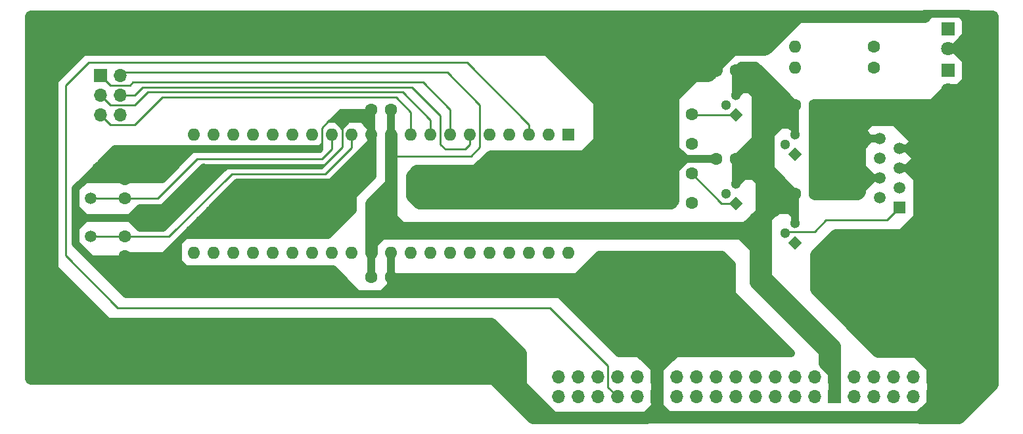
<source format=gbr>
%TF.GenerationSoftware,KiCad,Pcbnew,(5.1.10)-1*%
%TF.CreationDate,2022-08-14T17:25:08-06:00*%
%TF.ProjectId,network_card_a,6e657477-6f72-46b5-9f63-6172645f612e,rev?*%
%TF.SameCoordinates,Original*%
%TF.FileFunction,Copper,L2,Bot*%
%TF.FilePolarity,Positive*%
%FSLAX46Y46*%
G04 Gerber Fmt 4.6, Leading zero omitted, Abs format (unit mm)*
G04 Created by KiCad (PCBNEW (5.1.10)-1) date 2022-08-14 17:25:08*
%MOMM*%
%LPD*%
G01*
G04 APERTURE LIST*
%TA.AperFunction,ComponentPad*%
%ADD10C,1.600000*%
%TD*%
%TA.AperFunction,ComponentPad*%
%ADD11O,1.600000X1.600000*%
%TD*%
%TA.AperFunction,ComponentPad*%
%ADD12C,1.800000*%
%TD*%
%TA.AperFunction,ComponentPad*%
%ADD13R,1.800000X1.800000*%
%TD*%
%TA.AperFunction,ComponentPad*%
%ADD14R,1.700000X1.700000*%
%TD*%
%TA.AperFunction,ComponentPad*%
%ADD15O,1.700000X1.700000*%
%TD*%
%TA.AperFunction,ComponentPad*%
%ADD16C,1.500000*%
%TD*%
%TA.AperFunction,ComponentPad*%
%ADD17R,1.600000X1.600000*%
%TD*%
%TA.AperFunction,WasherPad*%
%ADD18C,3.650000*%
%TD*%
%TA.AperFunction,ComponentPad*%
%ADD19R,1.500000X1.500000*%
%TD*%
%TA.AperFunction,ComponentPad*%
%ADD20C,1.300000*%
%TD*%
%TA.AperFunction,ComponentPad*%
%ADD21C,0.100000*%
%TD*%
%TA.AperFunction,Conductor*%
%ADD22C,1.600000*%
%TD*%
%TA.AperFunction,Conductor*%
%ADD23C,1.000000*%
%TD*%
%TA.AperFunction,Conductor*%
%ADD24C,2.500000*%
%TD*%
%TA.AperFunction,Conductor*%
%ADD25C,0.250000*%
%TD*%
G04 APERTURE END LIST*
D10*
%TO.P,10k\u03A9,1*%
%TO.N,N/C*%
X435515000Y-287350200D03*
D11*
%TO.P,10k\u03A9,2*%
X425355000Y-287350200D03*
%TD*%
%TO.P,10k\u03A9,2*%
%TO.N,N/C*%
X425320460Y-279717500D03*
D10*
%TO.P,10k\u03A9,1*%
X435480460Y-279717500D03*
%TD*%
D11*
%TO.P,100k\u03A9,2*%
%TO.N,N/C*%
X425323000Y-283527500D03*
D10*
%TO.P,100k\u03A9,1*%
X435483000Y-283527500D03*
%TD*%
D12*
%TO.P,TX,2*%
%TO.N,N/C*%
X468475060Y-272770600D03*
D13*
%TO.P,TX,1*%
X468475060Y-270230600D03*
%TD*%
D11*
%TO.P,4.7k\u03A9,2*%
%TO.N,N/C*%
X448815460Y-267157200D03*
D10*
%TO.P,4.7k\u03A9,1*%
X458975460Y-267157200D03*
%TD*%
D14*
%TO.P, ,1*%
%TO.N,N/C*%
X359280460Y-270857980D03*
D15*
%TO.P, ,2*%
X361820460Y-270857980D03*
%TO.P, ,3*%
X359280460Y-273397980D03*
%TO.P, ,4*%
X361820460Y-273397980D03*
%TO.P, ,5*%
X359280460Y-275937980D03*
%TO.P, ,6*%
X361820460Y-275937980D03*
%TD*%
D10*
%TO.P,4.7k\u03A9,1*%
%TO.N,N/C*%
X458975460Y-269892780D03*
D11*
%TO.P,4.7k\u03A9,2*%
X448815460Y-269892780D03*
%TD*%
D10*
%TO.P,20pf,2*%
%TO.N,N/C*%
X362455460Y-284232980D03*
%TO.P,20pf,1*%
X362455460Y-286732980D03*
%TD*%
D16*
%TO.P, ,2*%
%TO.N,N/C*%
X358010460Y-291632980D03*
%TO.P, ,1*%
X358010460Y-286732980D03*
%TD*%
D10*
%TO.P,20pf,1*%
%TO.N,N/C*%
X362455460Y-294135180D03*
%TO.P,20pf,2*%
X362455460Y-291635180D03*
%TD*%
%TO.P,0.1uf,1*%
%TO.N,N/C*%
X448815460Y-286097980D03*
%TO.P,0.1uf,2*%
X451315460Y-286097980D03*
%TD*%
%TO.P,0.1uf,1*%
%TO.N,N/C*%
X394205460Y-275302980D03*
%TO.P,0.1uf,2*%
X396705460Y-275302980D03*
%TD*%
%TO.P,0.1uf,1*%
%TO.N,N/C*%
X394205460Y-296892980D03*
%TO.P,0.1uf,2*%
X396705460Y-296892980D03*
%TD*%
D12*
%TO.P,RX,2*%
%TO.N,N/C*%
X468475060Y-267403580D03*
D13*
%TO.P,RX,1*%
X468475060Y-264863580D03*
%TD*%
D15*
%TO.P,20pin conn.,40*%
%TO.N,N/C*%
X418299900Y-312326020D03*
%TO.P,20pin conn.,39*%
X418299900Y-309786020D03*
%TO.P,20pin conn.,38*%
X420839900Y-312326020D03*
%TO.P,20pin conn.,37*%
X420839900Y-309786020D03*
%TO.P,20pin conn.,36*%
X423379900Y-312326020D03*
%TO.P,20pin conn.,35*%
X423379900Y-309786020D03*
%TO.P,20pin conn.,34*%
X425919900Y-312326020D03*
%TO.P,20pin conn.,33*%
X425919900Y-309786020D03*
%TO.P,20pin conn.,32*%
X428459900Y-312326020D03*
%TO.P,20pin conn.,31*%
X428459900Y-309786020D03*
D14*
%TO.P,20pin conn.,30*%
X430999900Y-312326020D03*
%TO.P,20pin conn.,29*%
X430999900Y-309786020D03*
D15*
%TO.P,20pin conn.,28*%
X433539900Y-312326020D03*
%TO.P,20pin conn.,27*%
X433539900Y-309786020D03*
%TO.P,20pin conn.,26*%
X436079900Y-312326020D03*
%TO.P,20pin conn.,25*%
X436079900Y-309786020D03*
%TO.P,20pin conn.,24*%
X438619900Y-312326020D03*
%TO.P,20pin conn.,23*%
X438619900Y-309786020D03*
%TO.P,20pin conn.,22*%
X441159900Y-312326020D03*
%TO.P,20pin conn.,21*%
X441159900Y-309786020D03*
%TO.P,20pin conn.,20*%
X443699900Y-312326020D03*
%TO.P,20pin conn.,19*%
X443699900Y-309786020D03*
%TO.P,20pin conn.,18*%
X446239900Y-312326020D03*
%TO.P,20pin conn.,17*%
X446239900Y-309786020D03*
%TO.P,20pin conn.,16*%
X448779900Y-312326020D03*
%TO.P,20pin conn.,15*%
X448779900Y-309786020D03*
%TO.P,20pin conn.,14*%
X451319900Y-312326020D03*
%TO.P,20pin conn.,13*%
X451319900Y-309786020D03*
D14*
%TO.P,20pin conn.,12*%
X453859900Y-312326020D03*
%TO.P,20pin conn.,11*%
X453859900Y-309786020D03*
D15*
%TO.P,20pin conn.,10*%
X456399900Y-312326020D03*
%TO.P,20pin conn.,9*%
X456399900Y-309786020D03*
%TO.P,20pin conn.,8*%
X458939900Y-312326020D03*
%TO.P,20pin conn.,7*%
X458939900Y-309786020D03*
%TO.P,20pin conn.,6*%
X461479900Y-312326020D03*
%TO.P,20pin conn.,5*%
X461479900Y-309786020D03*
%TO.P,20pin conn.,4*%
X464019900Y-312326020D03*
%TO.P,20pin conn.,3*%
X464019900Y-309786020D03*
D14*
%TO.P,20pin conn.,2*%
X466559900Y-312326020D03*
%TO.P,20pin conn.,1*%
X466559900Y-309786020D03*
%TD*%
D17*
%TO.P,atmega164,1*%
%TO.N,N/C*%
X419605460Y-278477980D03*
D11*
%TO.P,atmega164,21*%
X371345460Y-293717980D03*
%TO.P,atmega164,2*%
X417065460Y-278477980D03*
%TO.P,atmega164,22*%
X373885460Y-293717980D03*
%TO.P,atmega164,3*%
X414525460Y-278477980D03*
%TO.P,atmega164,23*%
X376425460Y-293717980D03*
%TO.P,atmega164,4*%
X411985460Y-278477980D03*
%TO.P,atmega164,24*%
X378965460Y-293717980D03*
%TO.P,atmega164,5*%
X409445460Y-278477980D03*
%TO.P,atmega164,25*%
X381505460Y-293717980D03*
%TO.P,atmega164,6*%
X406905460Y-278477980D03*
%TO.P,atmega164,26*%
X384045460Y-293717980D03*
%TO.P,atmega164,7*%
X404365460Y-278477980D03*
%TO.P,atmega164,27*%
X386585460Y-293717980D03*
%TO.P,atmega164,8*%
X401825460Y-278477980D03*
%TO.P,atmega164,28*%
X389125460Y-293717980D03*
%TO.P,atmega164,9*%
X399285460Y-278477980D03*
%TO.P,atmega164,29*%
X391665460Y-293717980D03*
%TO.P,atmega164,10*%
X396745460Y-278477980D03*
%TO.P,atmega164,30*%
X394205460Y-293717980D03*
%TO.P,atmega164,11*%
X394205460Y-278477980D03*
%TO.P,atmega164,31*%
X396745460Y-293717980D03*
%TO.P,atmega164,12*%
X391665460Y-278477980D03*
%TO.P,atmega164,32*%
X399285460Y-293717980D03*
%TO.P,atmega164,13*%
X389125460Y-278477980D03*
%TO.P,atmega164,33*%
X401825460Y-293717980D03*
%TO.P,atmega164,14*%
X386585460Y-278477980D03*
%TO.P,atmega164,34*%
X404365460Y-293717980D03*
%TO.P,atmega164,15*%
X384045460Y-278477980D03*
%TO.P,atmega164,35*%
X406905460Y-293717980D03*
%TO.P,atmega164,16*%
X381505460Y-278477980D03*
%TO.P,atmega164,36*%
X409445460Y-293717980D03*
%TO.P,atmega164,17*%
X378965460Y-278477980D03*
%TO.P,atmega164,37*%
X411985460Y-293717980D03*
%TO.P,atmega164,18*%
X376425460Y-278477980D03*
%TO.P,atmega164,38*%
X414525460Y-293717980D03*
%TO.P,atmega164,19*%
X373885460Y-278477980D03*
%TO.P,atmega164,39*%
X417065460Y-293717980D03*
%TO.P,atmega164,20*%
X371345460Y-278477980D03*
%TO.P,atmega164,40*%
X419605460Y-293717980D03*
%TD*%
D18*
%TO.P,RJ45,*%
%TO.N,*%
X468627460Y-277766780D03*
X468627460Y-289196780D03*
D19*
%TO.P,RJ45,1*%
%TO.N,N/C*%
X462277460Y-287926780D03*
D16*
%TO.P,RJ45,2*%
X459737460Y-286656780D03*
%TO.P,RJ45,3*%
X462277460Y-285386780D03*
%TO.P,RJ45,4*%
X459737460Y-284116780D03*
%TO.P,RJ45,5*%
X462277460Y-282846780D03*
%TO.P,RJ45,6*%
X459737460Y-281576780D03*
%TO.P,RJ45,7*%
X462277460Y-280306780D03*
%TO.P,RJ45,8*%
X459737460Y-279036780D03*
%TD*%
D20*
%TO.P,BC547B,2*%
%TO.N,N/C*%
X439925460Y-274667980D03*
%TO.P,BC547B,3*%
X441195460Y-273397980D03*
%TA.AperFunction,ComponentPad*%
D21*
%TO.P,BC547B,1*%
G36*
X442114699Y-275937980D02*
G01*
X441195460Y-276857219D01*
X440276221Y-275937980D01*
X441195460Y-275018741D01*
X442114699Y-275937980D01*
G37*
%TD.AperFunction*%
%TD*%
%TA.AperFunction,ComponentPad*%
%TO.P,BC547B,1*%
%TO.N,N/C*%
G36*
X449734699Y-281017980D02*
G01*
X448815460Y-281937219D01*
X447896221Y-281017980D01*
X448815460Y-280098741D01*
X449734699Y-281017980D01*
G37*
%TD.AperFunction*%
D20*
%TO.P,BC547B,3*%
X448815460Y-278477980D03*
%TO.P,BC547B,2*%
X447545460Y-279747980D03*
%TD*%
%TA.AperFunction,ComponentPad*%
D21*
%TO.P,BC547B,1*%
%TO.N,N/C*%
G36*
X449734699Y-292447980D02*
G01*
X448815460Y-293367219D01*
X447896221Y-292447980D01*
X448815460Y-291528741D01*
X449734699Y-292447980D01*
G37*
%TD.AperFunction*%
D20*
%TO.P,BC547B,3*%
X448815460Y-289907980D03*
%TO.P,BC547B,2*%
X447545460Y-291177980D03*
%TD*%
%TO.P,BC547B,2*%
%TO.N,N/C*%
X439925460Y-286097980D03*
%TO.P,BC547B,3*%
X441195460Y-284827980D03*
%TA.AperFunction,ComponentPad*%
D21*
%TO.P,BC547B,1*%
G36*
X442114699Y-287367980D02*
G01*
X441195460Y-288287219D01*
X440276221Y-287367980D01*
X441195460Y-286448741D01*
X442114699Y-287367980D01*
G37*
%TD.AperFunction*%
%TD*%
D11*
%TO.P,100k\u03A9,2*%
%TO.N,N/C*%
X425320460Y-275920200D03*
D10*
%TO.P,100k\u03A9,1*%
X435480460Y-275920200D03*
%TD*%
%TO.P,0.1uf,1*%
%TO.N,N/C*%
X438655460Y-270222980D03*
%TO.P,0.1uf,2*%
X441155460Y-270222980D03*
%TD*%
%TO.P,0.1uf,2*%
%TO.N,N/C*%
X441155460Y-281652980D03*
%TO.P,0.1uf,1*%
X438655460Y-281652980D03*
%TD*%
%TO.P,0.1uf,2*%
%TO.N,N/C*%
X451315460Y-274667980D03*
%TO.P,0.1uf,1*%
X448815460Y-274667980D03*
%TD*%
D22*
%TO.N,*%
X440560460Y-267682980D02*
X438655460Y-269587980D01*
X438655460Y-269587980D02*
X438655460Y-270222980D01*
X472945460Y-291812980D02*
X462785460Y-291812980D01*
D23*
X444370460Y-272762980D02*
X441830460Y-270222980D01*
X441830460Y-270222980D02*
X441155460Y-270222980D01*
X441155460Y-270222980D02*
X441155460Y-270817980D01*
X443735460Y-270857980D02*
X445640460Y-272762980D01*
X443100460Y-270857980D02*
X445005460Y-272762980D01*
X441830460Y-269587980D02*
X443735460Y-269587980D01*
X443735460Y-269587980D02*
X444370460Y-270222980D01*
X441195460Y-270222980D02*
X441830460Y-269587980D01*
X444370460Y-270222980D02*
X446910460Y-272762980D01*
X441195460Y-270222980D02*
X444370460Y-270222980D01*
X443735460Y-272762980D02*
X441195460Y-270222980D01*
D22*
X446275460Y-273397980D02*
X446910460Y-274032980D01*
D23*
X446910460Y-272762980D02*
X444370460Y-272762980D01*
X448815460Y-274667980D02*
X446910460Y-272762980D01*
X447545460Y-286097980D02*
X448815460Y-286097980D01*
X446275460Y-286097980D02*
X447545460Y-286097980D01*
X445640460Y-282922980D02*
X445640460Y-284192980D01*
X445640460Y-284192980D02*
X445640460Y-284827980D01*
X447545460Y-286097980D02*
X445640460Y-284192980D01*
X445640460Y-278477980D02*
X445640460Y-282922980D01*
X448815460Y-286097980D02*
X445640460Y-282922980D01*
X441195460Y-281652980D02*
X443735460Y-279112980D01*
D22*
X444500000Y-283210000D02*
X444500000Y-288925000D01*
X443735460Y-289272980D02*
X443417960Y-289590480D01*
D23*
X448815460Y-286415480D02*
X448815460Y-286097980D01*
X446910460Y-287367980D02*
X446592960Y-287685480D01*
X445640460Y-285462980D02*
X446275460Y-286097980D01*
X448180460Y-275302980D02*
X447545460Y-275302980D01*
X447545460Y-275302980D02*
X447227960Y-274985480D01*
X446275460Y-277207980D02*
X445322960Y-276255480D01*
X445640460Y-274667980D02*
X445640460Y-277842980D01*
X443735460Y-273397980D02*
X446910460Y-276572980D01*
X447545460Y-275937980D02*
X446592960Y-274985480D01*
X444687960Y-279430480D02*
X448815460Y-275302980D01*
X448815460Y-275302980D02*
X448815460Y-274667980D01*
X444370460Y-272762980D02*
X446275460Y-274667980D01*
X446275460Y-274667980D02*
X448815460Y-274667980D01*
X448815460Y-274667980D02*
X448815460Y-278477980D01*
X448815460Y-286097980D02*
X448815460Y-289907980D01*
X443735460Y-273397980D02*
X443735460Y-274667980D01*
X443735460Y-274667980D02*
X443735460Y-277842980D01*
X445640460Y-286732980D02*
X448180460Y-286732980D01*
X442465460Y-281652980D02*
X443100460Y-281017980D01*
X442465460Y-280382980D02*
X443735460Y-280382980D01*
X441195460Y-281652980D02*
X441830460Y-281017980D01*
D22*
X445957960Y-288320480D02*
X446592960Y-287685480D01*
D23*
X442465460Y-281652980D02*
X443735460Y-282922980D01*
D22*
X442465460Y-290542980D02*
X443417960Y-289590480D01*
X443417960Y-289590480D02*
X445005460Y-288002980D01*
X453859900Y-309786020D02*
X453859900Y-309557420D01*
X396745460Y-286097980D02*
X396745460Y-288002980D01*
X396745460Y-288002980D02*
X396745460Y-289272980D01*
X395475460Y-289272980D02*
X396745460Y-288002980D01*
X395475460Y-290542980D02*
X395475460Y-289272980D01*
X422145460Y-290542980D02*
X398015460Y-290542980D01*
X398015460Y-290542980D02*
X394840460Y-290542980D01*
X396745460Y-289272980D02*
X398015460Y-290542980D01*
X394840460Y-288002980D02*
X396745460Y-286097980D01*
X396745460Y-286097980D02*
X396745460Y-284827980D01*
X394840460Y-289907980D02*
X394205460Y-289272980D01*
X396110460Y-291177980D02*
X394840460Y-289907980D01*
X394840460Y-289907980D02*
X394840460Y-288002980D01*
X396745460Y-278477980D02*
X396745460Y-284827980D01*
X394205460Y-293717980D02*
X394205460Y-287367980D01*
X394205460Y-287367980D02*
X396745460Y-284827980D01*
D23*
X394205460Y-293717980D02*
X394205460Y-293082980D01*
X394205460Y-293082980D02*
X394205460Y-287367980D01*
D22*
X354200460Y-268317980D02*
X354200460Y-268952980D01*
X352930460Y-268317980D02*
X352930460Y-270857980D01*
D24*
X357375460Y-267047980D02*
X351025460Y-267047980D01*
D23*
X357375460Y-289272980D02*
X356105460Y-290542980D01*
X356105460Y-290542980D02*
X356105460Y-289272980D01*
X356105460Y-289272980D02*
X357375460Y-289272980D01*
X356105460Y-289272980D02*
X356105460Y-288002980D01*
X356105460Y-288002980D02*
X356105460Y-285462980D01*
X357375460Y-289272980D02*
X356105460Y-288002980D01*
X356105460Y-285462980D02*
X357335460Y-284232980D01*
X357335460Y-284232980D02*
X362455460Y-284232980D01*
D22*
X445005460Y-289907980D02*
X445005460Y-288637980D01*
X445005460Y-288637980D02*
X445005460Y-284827980D01*
X445005460Y-292447980D02*
X445005460Y-289907980D01*
X445005460Y-290542980D02*
X443100460Y-290542980D01*
X445005460Y-292447980D02*
X443100460Y-290542980D01*
X434845460Y-269587980D02*
X432940460Y-267682980D01*
X439290460Y-268952980D02*
X434845460Y-268952980D01*
D25*
X358010460Y-286732980D02*
X362455460Y-286732980D01*
X362455460Y-291635180D02*
X358012660Y-291635180D01*
X358012660Y-291635180D02*
X358010460Y-291632980D01*
D22*
X469770460Y-276572980D02*
X471040460Y-277842980D01*
X471040460Y-277842980D02*
X471040460Y-290542980D01*
X474215460Y-295622980D02*
X474215460Y-294352980D01*
X474215460Y-294352980D02*
X474215460Y-293082980D01*
X474215460Y-294352980D02*
X465325460Y-294352980D01*
X474215460Y-293082980D02*
X464055460Y-293082980D01*
X469448490Y-314986010D02*
X469893552Y-314986010D01*
X469893552Y-314986010D02*
X474215460Y-310664102D01*
D23*
X395475460Y-290542980D02*
X394205460Y-291812980D01*
D22*
X445005460Y-289907980D02*
X445005460Y-289272980D01*
D23*
X445005460Y-274667980D02*
X445005460Y-284827980D01*
X445005460Y-284827980D02*
X445005460Y-286097980D01*
X394205460Y-293717980D02*
X394205460Y-296892980D01*
X396745460Y-293717980D02*
X396745460Y-296852980D01*
X396745460Y-296852980D02*
X396705460Y-296892980D01*
X396705460Y-275302980D02*
X396705460Y-278437980D01*
X396705460Y-278437980D02*
X396745460Y-278477980D01*
X443735460Y-277842980D02*
X443735460Y-280382980D01*
X443735460Y-279400000D02*
X443735460Y-283845000D01*
X459737460Y-279036780D02*
X459661260Y-279112980D01*
X451990460Y-277842980D02*
X451990460Y-280382980D01*
X453260460Y-279112980D02*
X451355460Y-281017980D01*
X451315460Y-274667980D02*
X451315460Y-277247980D01*
X451315460Y-277247980D02*
X451315460Y-286097980D01*
X453260460Y-279112980D02*
X451471660Y-277324180D01*
X446275460Y-274667980D02*
X445005460Y-274667980D01*
X445640460Y-285462980D02*
X445640460Y-286732980D01*
X445640460Y-284827980D02*
X445640460Y-285462980D01*
X444370460Y-274032980D02*
X444370460Y-285462980D01*
X443735460Y-281652980D02*
X441195460Y-281652980D01*
D24*
X466595460Y-277842980D02*
X466595460Y-289272980D01*
X468500460Y-277842980D02*
X468500460Y-289272980D01*
X469770460Y-277842980D02*
X469770460Y-289272980D01*
D22*
X467865460Y-295622980D02*
X467865460Y-314672980D01*
X474215460Y-295622980D02*
X467865460Y-295622980D01*
X469135460Y-295622980D02*
X469135460Y-314672980D01*
X470405460Y-295622980D02*
X470405460Y-313402980D01*
X471675460Y-293717980D02*
X471675460Y-312767980D01*
X472945460Y-292447980D02*
X472945460Y-311497980D01*
X474215460Y-310227980D02*
X474215460Y-295622980D01*
X443735460Y-293082980D02*
X441830460Y-291177980D01*
X443735460Y-297527980D02*
X443735460Y-293082980D01*
X453895460Y-310156860D02*
X453895460Y-305782980D01*
X453859900Y-312097420D02*
X453895460Y-312061860D01*
X445005460Y-296892980D02*
X445005460Y-292447980D01*
X453859900Y-305747420D02*
X445005460Y-296892980D01*
X453859900Y-312326020D02*
X453859900Y-305747420D01*
X453859900Y-309209440D02*
X452625460Y-307975000D01*
X452625460Y-307975000D02*
X452625460Y-306070000D01*
X452625460Y-306417980D02*
X443735460Y-297527980D01*
X453895460Y-307687980D02*
X452625460Y-306417980D01*
D24*
X416430460Y-267047980D02*
X357375460Y-267047980D01*
X430400460Y-271492980D02*
X423415460Y-271492980D01*
D22*
X443100460Y-290542980D02*
X431670460Y-290542980D01*
X431670460Y-290542980D02*
X422145460Y-290542980D01*
X451315460Y-274667980D02*
X451315460Y-286057980D01*
X452625460Y-285462980D02*
X452625460Y-275977980D01*
X471040460Y-264507980D02*
X471040460Y-267047980D01*
X472945460Y-263237980D02*
X472945460Y-293082980D01*
X472310460Y-263237980D02*
X472310460Y-293082980D01*
X471040460Y-263237980D02*
X471040460Y-264507980D01*
D24*
X445482980Y-265777980D02*
X351660460Y-265777980D01*
X444787020Y-267047980D02*
X416430460Y-267047980D01*
D22*
X444787020Y-267047980D02*
X444847980Y-267047980D01*
X474215460Y-263237980D02*
X471170000Y-263237980D01*
X474215460Y-295622980D02*
X474215460Y-263237980D01*
D23*
X471170000Y-272415000D02*
X467360000Y-276225000D01*
X471805000Y-273050000D02*
X467995000Y-276860000D01*
X471805000Y-273685000D02*
X467995000Y-277495000D01*
X471157300Y-262938260D02*
X465442300Y-262938260D01*
D25*
X468475060Y-264863580D02*
X468500460Y-264838180D01*
X458975460Y-269875000D02*
X458975460Y-270222980D01*
D23*
X466178900Y-262958580D02*
X465607400Y-263530080D01*
X470118440Y-262966200D02*
X471083640Y-263931400D01*
X465107020Y-276138640D02*
X465107020Y-276572980D01*
D22*
X465107020Y-276572980D02*
X469770460Y-276572980D01*
X460880460Y-276572980D02*
X465107020Y-276572980D01*
D23*
X470814400Y-272770600D02*
X471170000Y-272415000D01*
X469745060Y-272770600D02*
X466377020Y-276138640D01*
X469265000Y-267403580D02*
X470971880Y-269110460D01*
D22*
X471040460Y-267047980D02*
X471040460Y-269110460D01*
D23*
X471170000Y-265430000D02*
X469265000Y-267335000D01*
X470684860Y-267403580D02*
X471040460Y-267047980D01*
X468475060Y-267403580D02*
X470684860Y-267403580D01*
X357375460Y-289272980D02*
X363507020Y-289272980D01*
D25*
X389125460Y-280382980D02*
X389125460Y-278477980D01*
X387855460Y-281652980D02*
X389125460Y-280382980D01*
X371762020Y-281652980D02*
X387855460Y-281652980D01*
X366682020Y-286732980D02*
X371762020Y-281652980D01*
X362455460Y-286732980D02*
X366682020Y-286732980D01*
D23*
X364271560Y-289560000D02*
X367030000Y-289560000D01*
D25*
X392082020Y-275302980D02*
X394205460Y-275302980D01*
X366682020Y-289272980D02*
X367317020Y-289272980D01*
X368129820Y-291635180D02*
X362455460Y-291635180D01*
X376207020Y-283557980D02*
X368129820Y-291635180D01*
X388272020Y-283557980D02*
X376207020Y-283557980D01*
X391665460Y-280164540D02*
X388272020Y-283557980D01*
X391665460Y-278477980D02*
X391665460Y-280164540D01*
D23*
X367952020Y-289272980D02*
X374015000Y-283210000D01*
X363636560Y-289272980D02*
X367952020Y-289272980D01*
X367665000Y-288925000D02*
X373380000Y-283210000D01*
X364271560Y-288925000D02*
X367665000Y-288925000D01*
D25*
X374015000Y-282575000D02*
X375285000Y-282575000D01*
X394205460Y-278894540D02*
X394205460Y-278477980D01*
X390177020Y-275302980D02*
X394205460Y-275302980D01*
X388620000Y-276860000D02*
X390177020Y-275302980D01*
X390525000Y-276860000D02*
X388620000Y-276860000D01*
X390573260Y-276705060D02*
X388848600Y-276705060D01*
X390753600Y-276542500D02*
X389028940Y-276542500D01*
X390900920Y-276367240D02*
X389176260Y-276367240D01*
X391086340Y-276209760D02*
X389361680Y-276209760D01*
X391253980Y-276082760D02*
X389529320Y-276082760D01*
X391353040Y-275920200D02*
X389628380Y-275920200D01*
X391556240Y-275765260D02*
X389831580Y-275765260D01*
X391693400Y-275605240D02*
X389968740Y-275605240D01*
X391833100Y-275455380D02*
X390108440Y-275455380D01*
X390405620Y-276979380D02*
X390525000Y-276860000D01*
X390405620Y-280154380D02*
X390405620Y-276979380D01*
X387985000Y-282575000D02*
X390405620Y-280154380D01*
X375285000Y-282575000D02*
X387985000Y-282575000D01*
D24*
X447040000Y-263872980D02*
X351025460Y-263872980D01*
D22*
X445135000Y-267335000D02*
X448945000Y-263525000D01*
X351660460Y-268317980D02*
X351660460Y-309245000D01*
D24*
X353060000Y-307340000D02*
X409575000Y-307340000D01*
X352425000Y-308610000D02*
X408940000Y-308610000D01*
X410845000Y-307975000D02*
X411480000Y-307340000D01*
X352425000Y-306070000D02*
X410845000Y-306070000D01*
D22*
X359410000Y-303530000D02*
X352425000Y-296545000D01*
X359410000Y-304800000D02*
X352425000Y-297815000D01*
X358775000Y-306070000D02*
X351790000Y-299085000D01*
X358775000Y-307340000D02*
X351790000Y-300355000D01*
X358140000Y-307975000D02*
X351155000Y-300990000D01*
X415481258Y-314231020D02*
X410521250Y-309271012D01*
X417195000Y-314674762D02*
X411156250Y-308636012D01*
X408940000Y-308610000D02*
X408940000Y-309880000D01*
X430999900Y-313667140D02*
X429801020Y-314866020D01*
X430999900Y-309786020D02*
X430999900Y-313667140D01*
X432198780Y-314866020D02*
X430999900Y-313667140D01*
X432341020Y-314960000D02*
X429801020Y-314960000D01*
X442465460Y-291177980D02*
X395475460Y-291177980D01*
X395475460Y-291177980D02*
X394205460Y-292447980D01*
D24*
X430400460Y-270857980D02*
X423415460Y-270857980D01*
X427860460Y-273397980D02*
X430400460Y-270857980D01*
X424050460Y-273397980D02*
X427860460Y-273397980D01*
X419605460Y-268952980D02*
X424050460Y-273397980D01*
X431670460Y-268952980D02*
X419605460Y-268952980D01*
X425231560Y-274955000D02*
X426085000Y-274955000D01*
X426085000Y-276225000D02*
X426938440Y-276225000D01*
X426938440Y-276225000D02*
X433923440Y-269240000D01*
X433923440Y-269240000D02*
X434340000Y-269240000D01*
D23*
X435262020Y-270222980D02*
X438655460Y-270222980D01*
X433992020Y-270222980D02*
X435262020Y-270222980D01*
D24*
X429260000Y-286385000D02*
X429260000Y-277495000D01*
X431165000Y-286385000D02*
X429260000Y-286385000D01*
X431165000Y-274955000D02*
X431165000Y-286385000D01*
X435610000Y-270510000D02*
X431165000Y-274955000D01*
X437515000Y-270510000D02*
X435610000Y-270510000D01*
D23*
X438655460Y-281652980D02*
X434687980Y-281652980D01*
X434687980Y-281652980D02*
X433070000Y-280035000D01*
D22*
X433070000Y-280035000D02*
X433070000Y-273685000D01*
D23*
X434721000Y-281635200D02*
X433163980Y-283192220D01*
X434687980Y-281652980D02*
X434627020Y-281652980D01*
X433357020Y-281652980D02*
X433070000Y-281940000D01*
X434687980Y-281652980D02*
X433357020Y-281652980D01*
D22*
X433070000Y-281940000D02*
X433070000Y-280035000D01*
X465325460Y-306417980D02*
X465325460Y-296932980D01*
X464055460Y-305782980D02*
X464055460Y-296297980D01*
X462915000Y-304165000D02*
X462915000Y-294680000D01*
X353169220Y-271254220D02*
X357375460Y-267047980D01*
X353060000Y-271363440D02*
X353169220Y-271254220D01*
X353060000Y-295910000D02*
X353060000Y-271363440D01*
X360045000Y-302895000D02*
X353060000Y-295910000D01*
X409575000Y-302895000D02*
X360045000Y-302895000D01*
X413385000Y-306705000D02*
X409575000Y-302895000D01*
D24*
X352425000Y-304165000D02*
X410210000Y-304165000D01*
D22*
X413385000Y-306705000D02*
X413385000Y-313055000D01*
D24*
X411480000Y-308610000D02*
X412115000Y-307975000D01*
D23*
X396705460Y-296892980D02*
X420657020Y-296892980D01*
X420657020Y-296892980D02*
X423545000Y-294005000D01*
X423545000Y-294005000D02*
X439420000Y-294005000D01*
X439420000Y-294005000D02*
X440690000Y-295275000D01*
X440690000Y-295275000D02*
X440690000Y-299085000D01*
X440690000Y-299085000D02*
X448310000Y-306705000D01*
X448310000Y-306705000D02*
X426085000Y-306705000D01*
X426085000Y-306705000D02*
X419735000Y-300355000D01*
X419735000Y-300355000D02*
X417830000Y-298450000D01*
X417830000Y-298450000D02*
X398145000Y-298450000D01*
X397827500Y-298132500D02*
X398145000Y-297815000D01*
X396875000Y-297180000D02*
X397827500Y-298132500D01*
X397827500Y-298132500D02*
X398145000Y-298450000D01*
X398145000Y-297815000D02*
X405130000Y-297815000D01*
X405130000Y-297815000D02*
X421005000Y-297815000D01*
X421005000Y-297815000D02*
X424180000Y-294640000D01*
X424180000Y-294640000D02*
X439420000Y-294640000D01*
D24*
X420370000Y-297815000D02*
X427990000Y-305435000D01*
X422275000Y-297815000D02*
X429895000Y-305435000D01*
X424180000Y-297815000D02*
X431800000Y-305435000D01*
X426085000Y-297815000D02*
X433705000Y-305435000D01*
X433705000Y-297815000D02*
X441325000Y-305435000D01*
X427990000Y-297815000D02*
X435610000Y-305435000D01*
X429895000Y-297815000D02*
X437515000Y-305435000D01*
X431800000Y-297815000D02*
X439420000Y-305435000D01*
X435610000Y-297815000D02*
X443230000Y-305435000D01*
D22*
X444500000Y-306070000D02*
X446405000Y-306070000D01*
X430999900Y-309786020D02*
X430999900Y-308444900D01*
X430999900Y-308610000D02*
X427990000Y-305600100D01*
X430999900Y-308610000D02*
X433705000Y-305904900D01*
X430999900Y-308985920D02*
X430999900Y-307340000D01*
D24*
X423545000Y-295910000D02*
X439420000Y-295910000D01*
X439420000Y-297180000D02*
X439420000Y-299085000D01*
X439420000Y-299085000D02*
X439102500Y-299402500D01*
X439102500Y-299402500D02*
X445135000Y-305435000D01*
X437515000Y-297815000D02*
X439102500Y-299402500D01*
D23*
X442356240Y-272237200D02*
X442356240Y-272018760D01*
X442356240Y-272018760D02*
X443735460Y-273397980D01*
X441195460Y-273397980D02*
X442356240Y-272237200D01*
X441155460Y-270817980D02*
X442356240Y-272018760D01*
X442129540Y-272245460D02*
X442356240Y-272018760D01*
X441155460Y-272245460D02*
X442129540Y-272245460D01*
X441155460Y-270222980D02*
X441155460Y-272245460D01*
X441155460Y-272245460D02*
X441155460Y-273357980D01*
X441155460Y-283040460D02*
X441790460Y-283040460D01*
X441155460Y-281652980D02*
X441155460Y-283040460D01*
X441155460Y-283040460D02*
X441155460Y-284787980D01*
X441790460Y-283040460D02*
X441960000Y-283210000D01*
X441960000Y-283845000D02*
X442069220Y-283954220D01*
X441960000Y-283210000D02*
X441960000Y-283845000D01*
X441195460Y-284827980D02*
X442069220Y-283954220D01*
X442069220Y-283845000D02*
X443496700Y-283845000D01*
X441726320Y-272669000D02*
X443153800Y-272669000D01*
X445244220Y-287020000D02*
X446671700Y-287020000D01*
X444022480Y-284480000D02*
X441195460Y-281652980D01*
X444500000Y-284480000D02*
X444022480Y-284480000D01*
X444500000Y-290195000D02*
X447644520Y-287050480D01*
X448741800Y-288925000D02*
X448106800Y-288290000D01*
X448741800Y-277850600D02*
X448106800Y-277215600D01*
X448310000Y-277215600D02*
X447040000Y-277215600D01*
X448640200Y-276529800D02*
X447370200Y-276529800D01*
X448310000Y-288290000D02*
X446405000Y-288290000D01*
X448310000Y-287655000D02*
X446405000Y-287655000D01*
X462280000Y-277495000D02*
X464342480Y-277495000D01*
D22*
X455295000Y-277495000D02*
X456565000Y-277495000D01*
X456565000Y-278130000D02*
X455671240Y-279023760D01*
X456565000Y-277495000D02*
X456565000Y-278130000D01*
X455671240Y-279023760D02*
X451315460Y-274667980D01*
X456047480Y-279400000D02*
X455671240Y-279023760D01*
D23*
X464820000Y-280035000D02*
X464820000Y-280670000D01*
X461835500Y-277050500D02*
X464820000Y-280035000D01*
X462470500Y-277050500D02*
X465455000Y-280035000D01*
X463186780Y-282846780D02*
X465325460Y-284985460D01*
X463186780Y-282846780D02*
X463278220Y-282846780D01*
X463278220Y-282846780D02*
X465325460Y-280799540D01*
D24*
X465325460Y-280799540D02*
X465325460Y-288925000D01*
X465325460Y-277842980D02*
X465325460Y-280799540D01*
D23*
X462277460Y-282846780D02*
X464185000Y-282846780D01*
X463186780Y-280306780D02*
X465325460Y-282445460D01*
X462277460Y-280306780D02*
X464185000Y-280306780D01*
X463278220Y-280306780D02*
X465325460Y-278259540D01*
D22*
X460880460Y-276572980D02*
X452574660Y-276572980D01*
D23*
X459737460Y-279036780D02*
X458833220Y-279036780D01*
D22*
X457070460Y-280799540D02*
X457070460Y-278259540D01*
D23*
X457847700Y-279036780D02*
X457070460Y-278259540D01*
X458833220Y-279036780D02*
X457847700Y-279036780D01*
X457847700Y-277482300D02*
X458152500Y-277177500D01*
D22*
X457235560Y-277662640D02*
X458317600Y-276580600D01*
D23*
X458470000Y-279036780D02*
X457154280Y-280352500D01*
X457530200Y-278130000D02*
X458470000Y-279069800D01*
X457200000Y-278130000D02*
X457530200Y-278130000D01*
D25*
X441195460Y-275937980D02*
X435828440Y-275937980D01*
X360550460Y-277207980D02*
X359280460Y-275937980D01*
X367248440Y-273685000D02*
X363725460Y-277207980D01*
X363725460Y-277207980D02*
X360550460Y-277207980D01*
X397349980Y-273685000D02*
X367248440Y-273685000D01*
X399285460Y-275620480D02*
X397349980Y-273685000D01*
X399285460Y-278477980D02*
X399285460Y-275620480D01*
X363090460Y-272127980D02*
X360550460Y-272127980D01*
X363438440Y-271780000D02*
X363090460Y-272127980D01*
X400842480Y-271780000D02*
X363438440Y-271780000D01*
X404365460Y-275302980D02*
X400842480Y-271780000D01*
X360550460Y-272127980D02*
X359280460Y-270857980D01*
X404365460Y-278477980D02*
X404365460Y-275302980D01*
X363725460Y-274667980D02*
X360550460Y-274667980D01*
X360550460Y-274667980D02*
X359280460Y-273397980D01*
X365343440Y-273050000D02*
X363725460Y-274667980D01*
X398223740Y-273050000D02*
X365343440Y-273050000D01*
X401825460Y-276651720D02*
X398223740Y-273050000D01*
X401825460Y-278477980D02*
X401825460Y-276651720D01*
X363725460Y-273397980D02*
X363090460Y-273397980D01*
X364708440Y-272415000D02*
X363725460Y-273397980D01*
X399415000Y-272415000D02*
X364708440Y-272415000D01*
X403095460Y-276095460D02*
X399415000Y-272415000D01*
X403095460Y-279747980D02*
X403095460Y-276095460D01*
X363090460Y-273397980D02*
X361820460Y-273397980D01*
X403730460Y-280382980D02*
X403095460Y-279747980D01*
X406270460Y-280382980D02*
X403730460Y-280382980D01*
X406905460Y-279747980D02*
X406270460Y-280382980D01*
X406905460Y-278477980D02*
X406905460Y-279747980D01*
D23*
X394205460Y-277624540D02*
X394205460Y-278477980D01*
X392805920Y-276225000D02*
X394205460Y-277624540D01*
X394205460Y-275302980D02*
X394205460Y-277624540D01*
D25*
X390525000Y-276860000D02*
X391160000Y-276225000D01*
D23*
X391769600Y-275742400D02*
X393039600Y-275742400D01*
D25*
X391160000Y-276225000D02*
X391795000Y-275590000D01*
X391795000Y-275590000D02*
X392082020Y-275302980D01*
D23*
X393141200Y-275742400D02*
X393776200Y-276377400D01*
X390702800Y-276250400D02*
X392684000Y-276250400D01*
D25*
X372541800Y-282392120D02*
X388117080Y-282392120D01*
D23*
X367317020Y-290542980D02*
X375064020Y-282795980D01*
X363090460Y-289272980D02*
X364360460Y-290542980D01*
X364360460Y-290542980D02*
X367317020Y-290542980D01*
X364360460Y-288002980D02*
X363090460Y-289272980D01*
X367317020Y-288002980D02*
X364360460Y-288002980D01*
X372988840Y-282806140D02*
X374192800Y-282806140D01*
X372551960Y-282768040D02*
X367317020Y-288002980D01*
D25*
X375818400Y-282569920D02*
X375318020Y-283070300D01*
X375130060Y-282821380D02*
X387741160Y-282821380D01*
X387741160Y-282821380D02*
X388442200Y-282120340D01*
X375163080Y-282679140D02*
X387774180Y-282679140D01*
D23*
X371094000Y-280416000D02*
X387355080Y-280416000D01*
X367277020Y-284232980D02*
X371094000Y-280416000D01*
X362455460Y-284232980D02*
X367277020Y-284232980D01*
D25*
X387850380Y-279793700D02*
X387850380Y-277629620D01*
X387850380Y-277629620D02*
X388620000Y-276860000D01*
X387850380Y-280446480D02*
X387850380Y-279651460D01*
X387604000Y-280692860D02*
X387850380Y-280446480D01*
X387050280Y-280403300D02*
X387840220Y-279613360D01*
X387570980Y-280098500D02*
X387687820Y-279981660D01*
D23*
X361152440Y-280416000D02*
X357335460Y-284232980D01*
X371094000Y-280416000D02*
X361152440Y-280416000D01*
D24*
X361950000Y-281940000D02*
X368300000Y-281940000D01*
X359410000Y-283210000D02*
X365760000Y-283210000D01*
X360680000Y-282575000D02*
X367030000Y-282575000D01*
D23*
X368300000Y-281305000D02*
X369570000Y-281305000D01*
X394205460Y-279529540D02*
X394205460Y-278894540D01*
X389001000Y-284734000D02*
X394205460Y-279529540D01*
X376936000Y-284734000D02*
X389001000Y-284734000D01*
X362455460Y-294135180D02*
X367534820Y-294135180D01*
X458833220Y-284116780D02*
X457070460Y-285879540D01*
X459737460Y-284116780D02*
X458833220Y-284116780D01*
X458833220Y-284116780D02*
X457835000Y-284116780D01*
X458741780Y-284116780D02*
X457070460Y-282445460D01*
X458833220Y-284116780D02*
X458741780Y-284116780D01*
D22*
X457070460Y-282445460D02*
X457070460Y-280799540D01*
D23*
X370205000Y-291465000D02*
X388620000Y-291465000D01*
X370205000Y-291465000D02*
X376936000Y-284734000D01*
X388620000Y-291465000D02*
X391795000Y-288290000D01*
X391795000Y-288290000D02*
X391795000Y-286385000D01*
X391795000Y-286385000D02*
X394335000Y-283845000D01*
X394335000Y-283845000D02*
X394335000Y-278765000D01*
X389001000Y-286004000D02*
X394205460Y-280799540D01*
X389001000Y-287274000D02*
X394205460Y-282069540D01*
X389001000Y-288544000D02*
X394205460Y-283339540D01*
X370840000Y-290830000D02*
X389255000Y-290830000D01*
X371475000Y-290195000D02*
X389890000Y-290195000D01*
X372110000Y-289560000D02*
X390525000Y-289560000D01*
X372745000Y-288925000D02*
X391160000Y-288925000D01*
X373380000Y-288290000D02*
X391795000Y-288290000D01*
X374015000Y-287655000D02*
X391160000Y-287655000D01*
X374650000Y-287020000D02*
X391795000Y-287020000D01*
X375285000Y-286385000D02*
X389255000Y-286385000D01*
X375920000Y-285750000D02*
X389890000Y-285750000D01*
X376555000Y-285115000D02*
X390525000Y-285115000D01*
D25*
X404017480Y-270510000D02*
X362168440Y-270510000D01*
X408178000Y-274670520D02*
X404017480Y-270510000D01*
X362168440Y-270510000D02*
X361820460Y-270857980D01*
X408178000Y-280162000D02*
X408178000Y-274670520D01*
X407035000Y-281305000D02*
X408178000Y-280162000D01*
X397510000Y-281305000D02*
X407035000Y-281305000D01*
D22*
X425450000Y-276067520D02*
X416430460Y-267047980D01*
X426085000Y-287020000D02*
X426085000Y-276067520D01*
X426720000Y-287020000D02*
X426720000Y-276067520D01*
X427990000Y-277495000D02*
X435262020Y-270222980D01*
X427990000Y-286385000D02*
X427990000Y-277495000D01*
X433070000Y-287020000D02*
X427355000Y-287020000D01*
X427355000Y-287020000D02*
X427990000Y-286385000D01*
X433070000Y-281940000D02*
X433070000Y-287020000D01*
X432739800Y-287350200D02*
X433070000Y-287020000D01*
X425355000Y-287350200D02*
X432739800Y-287350200D01*
X425355000Y-287350200D02*
X400380200Y-287350200D01*
X400380200Y-287350200D02*
X399415000Y-286385000D01*
X399415000Y-286385000D02*
X399415000Y-283845000D01*
X399415000Y-283845000D02*
X400050000Y-283210000D01*
X400050000Y-283210000D02*
X407670000Y-283210000D01*
X407670000Y-283210000D02*
X409575000Y-281305000D01*
X421640000Y-281305000D02*
X425450000Y-277495000D01*
X409575000Y-281305000D02*
X421640000Y-281305000D01*
X425320460Y-287315660D02*
X425355000Y-287350200D01*
D24*
X401320000Y-285750000D02*
X424815000Y-285750000D01*
X400685000Y-284480000D02*
X424180000Y-284480000D01*
X409575000Y-282575000D02*
X424180000Y-282575000D01*
X424180000Y-282575000D02*
X424180000Y-280670000D01*
X423545000Y-281305000D02*
X422910000Y-281305000D01*
D22*
X456435460Y-293370000D02*
X462785460Y-299720000D01*
X458470000Y-292735000D02*
X464185000Y-298450000D01*
X457200000Y-292735000D02*
X463550000Y-299085000D01*
X456565000Y-292735000D02*
X457200000Y-292735000D01*
X466577680Y-274667980D02*
X468475060Y-272770600D01*
X451315460Y-274667980D02*
X466577680Y-274667980D01*
D23*
X468475060Y-272770600D02*
X470814400Y-272770600D01*
D22*
X469920320Y-272770600D02*
X471040460Y-271650460D01*
X468475060Y-272770600D02*
X469920320Y-272770600D01*
X471040460Y-271650460D02*
X471040460Y-290542980D01*
X471040460Y-269110460D02*
X471040460Y-271650460D01*
X465555330Y-275690330D02*
X453490330Y-275690330D01*
D23*
X468475060Y-272770600D02*
X465555330Y-275690330D01*
X465555330Y-275690330D02*
X465107020Y-276138640D01*
D22*
X457070460Y-284827980D02*
X457070460Y-283210000D01*
X456852020Y-286097980D02*
X457070460Y-285879540D01*
X451315460Y-286097980D02*
X456852020Y-286097980D01*
X453260460Y-285750000D02*
X453260460Y-277247980D01*
X454530460Y-285620460D02*
X454530460Y-278517980D01*
X455800460Y-284985460D02*
X455800460Y-278765000D01*
D25*
X451307200Y-291007800D02*
X447715640Y-291007800D01*
X452755000Y-289560000D02*
X451307200Y-291007800D01*
X460644240Y-289560000D02*
X452755000Y-289560000D01*
X462277460Y-287926780D02*
X460644240Y-289560000D01*
D22*
X460532480Y-291465000D02*
X465325460Y-296257980D01*
X462280000Y-295275000D02*
X462280000Y-291465000D01*
X465455000Y-298450000D02*
X462280000Y-295275000D01*
X472440000Y-290542980D02*
X463550000Y-290542980D01*
X462915000Y-291942520D02*
X462915000Y-291465000D01*
X466559900Y-295587420D02*
X462915000Y-291942520D01*
X466559900Y-296222420D02*
X466559900Y-295587420D01*
X465455000Y-288607500D02*
X465455000Y-288290000D01*
X462597500Y-291465000D02*
X465455000Y-288607500D01*
X462280000Y-291465000D02*
X462597500Y-291465000D01*
X455800460Y-295910000D02*
X462150460Y-302260000D01*
X455800460Y-294640000D02*
X462150460Y-300990000D01*
X455800460Y-293370000D02*
X462150460Y-299720000D01*
X458975460Y-291465000D02*
X465325460Y-297815000D01*
X409548990Y-309906010D02*
X409575000Y-309880000D01*
X350270470Y-309906010D02*
X409548990Y-309906010D01*
X350270470Y-263237980D02*
X350270470Y-309906010D01*
X465455000Y-263237980D02*
X350270470Y-263237980D01*
X414966248Y-314986010D02*
X409886250Y-309906012D01*
X429681030Y-314986010D02*
X414966248Y-314986010D01*
X429801020Y-314866020D02*
X429681030Y-314986010D01*
X466559900Y-314960000D02*
X432435000Y-314960000D01*
X466559900Y-294388540D02*
X466559900Y-314960000D01*
X466595460Y-294352980D02*
X466559900Y-294388540D01*
X464846010Y-314986010D02*
X469893552Y-314986010D01*
X466559900Y-313220100D02*
X464820000Y-314960000D01*
X466559900Y-312326020D02*
X466559900Y-313220100D01*
X464437730Y-306452270D02*
X459487270Y-306452270D01*
X454660000Y-296674540D02*
X464437730Y-306452270D01*
X464437730Y-306452270D02*
X466559900Y-308574440D01*
X459487270Y-306452270D02*
X451485000Y-298450000D01*
X451485000Y-298450000D02*
X451485000Y-294005000D01*
X451485000Y-294005000D02*
X454025000Y-291465000D01*
X462280000Y-291465000D02*
X454025000Y-291465000D01*
X451485000Y-296674540D02*
X461262730Y-306452270D01*
X452120000Y-296039540D02*
X461897730Y-305817270D01*
D24*
X452755000Y-294640000D02*
X454660000Y-296545000D01*
X453390000Y-293370000D02*
X455295000Y-295275000D01*
X454660000Y-292100000D02*
X456565000Y-294005000D01*
D22*
X423545000Y-273685000D02*
X423545000Y-280000460D01*
X424815000Y-273685000D02*
X424815000Y-280000460D01*
D23*
X362455460Y-294135180D02*
X362455460Y-294510460D01*
X397510000Y-297180000D02*
X398462500Y-298132500D01*
X356105460Y-292605460D02*
X356105460Y-290542980D01*
X362585000Y-299085000D02*
X356105460Y-292605460D01*
X396705460Y-297984540D02*
X395605000Y-299085000D01*
X396705460Y-296892980D02*
X396705460Y-297984540D01*
X419100000Y-299085000D02*
X419417500Y-298767500D01*
D24*
X419417500Y-298767500D02*
X426085000Y-305435000D01*
X418465000Y-297815000D02*
X419417500Y-298767500D01*
D23*
X396705460Y-298280460D02*
X397510000Y-299085000D01*
X396705460Y-297984540D02*
X396705460Y-298280460D01*
X397510000Y-299085000D02*
X419100000Y-299085000D01*
X395605000Y-299085000D02*
X397510000Y-299085000D01*
X393065000Y-299085000D02*
X392430000Y-299085000D01*
X395605000Y-299085000D02*
X393065000Y-299085000D01*
X393065000Y-299085000D02*
X362585000Y-299085000D01*
X392430000Y-299085000D02*
X389255000Y-295910000D01*
X389255000Y-295910000D02*
X370205000Y-295910000D01*
X370205000Y-295910000D02*
X369252500Y-294957500D01*
X369252500Y-292417500D02*
X370205000Y-291465000D01*
X367534820Y-294135180D02*
X369252500Y-292417500D01*
X369252500Y-294957500D02*
X369252500Y-292417500D01*
X368935000Y-294640000D02*
X362585000Y-294640000D01*
X368300000Y-294005000D02*
X368935000Y-293370000D01*
X391160000Y-298450000D02*
X362585000Y-298450000D01*
X390525000Y-297815000D02*
X361950000Y-297815000D01*
X389890000Y-297180000D02*
X361315000Y-297180000D01*
X389255000Y-296545000D02*
X360680000Y-296545000D01*
X364490000Y-294640000D02*
X358140000Y-294640000D01*
X369570000Y-295910000D02*
X360045000Y-295910000D01*
X368935000Y-295275000D02*
X359410000Y-295275000D01*
D25*
X424685460Y-311091580D02*
X425919900Y-312326020D01*
X417200080Y-300837600D02*
X424685460Y-308322980D01*
X354761800Y-294120570D02*
X361478830Y-300837600D01*
X361478830Y-300837600D02*
X417200080Y-300837600D01*
X354761800Y-272201640D02*
X354761800Y-294120570D01*
X357723440Y-269240000D02*
X354761800Y-272201640D01*
X424685460Y-308322980D02*
X424685460Y-311091580D01*
X406557480Y-269240000D02*
X357723440Y-269240000D01*
X414525460Y-277207980D02*
X406557480Y-269240000D01*
X414525460Y-278477980D02*
X414525460Y-277207980D01*
X439323480Y-287367980D02*
X441195460Y-287367980D01*
X435483000Y-283527500D02*
X439323480Y-287367980D01*
X389534400Y-276860000D02*
X393065000Y-276860000D01*
X389534400Y-276860000D02*
X390398000Y-277723600D01*
X390448800Y-277672800D02*
X391210800Y-276910800D01*
X390067800Y-277190200D02*
X390652000Y-277190200D01*
X390067800Y-277342600D02*
X390652000Y-277342600D01*
X390169400Y-277495000D02*
X390398000Y-277495000D01*
X389737600Y-277037800D02*
X390956800Y-277037800D01*
%TD*%
M02*

</source>
